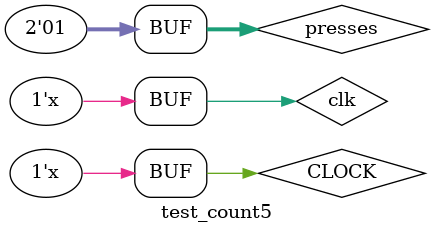
<source format=v>
`timescale 1ns / 1ps


module test_count5(

    );
    reg clk;
reg CLOCK;
reg [1:0] presses;
wire [4:0] led;





wire stop;

count5_1 test1(clk,CLOCK,presses,stop,led);
initial begin
    CLOCK = 0;
    clk = 0;
    presses = 1;
end


 always begin
       #5 CLOCK = ~CLOCK;
        #5 clk = ~clk; 
          
  end 


endmodule
        
        
</source>
